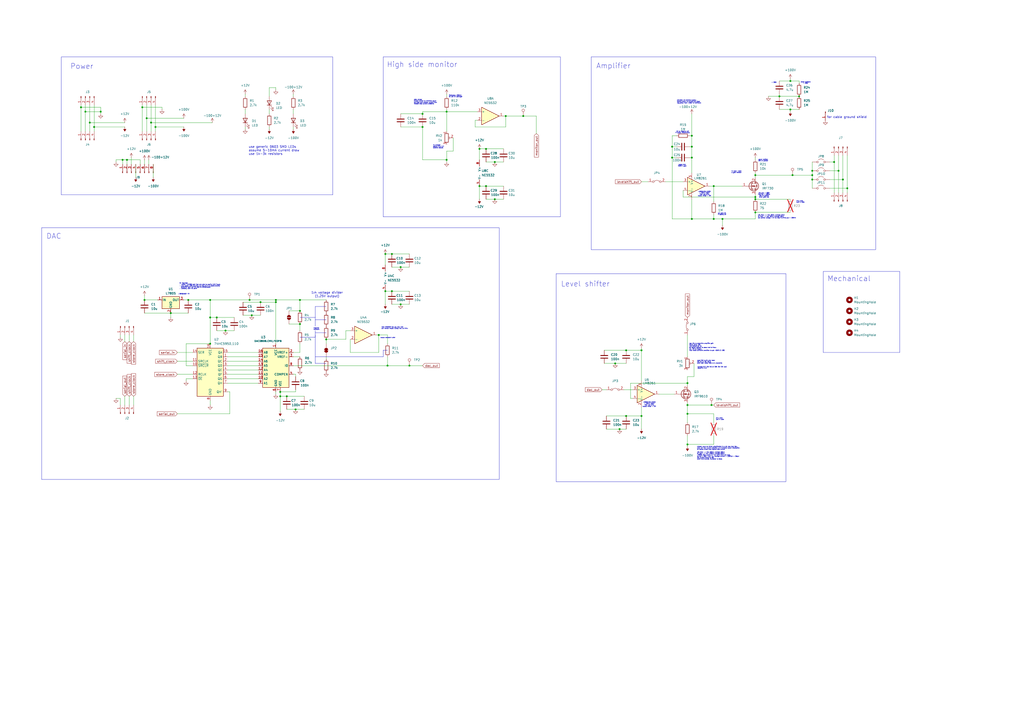
<source format=kicad_sch>
(kicad_sch (version 20231120) (generator "eeschema") (generator_version "8.0")
  (paper "A2")
  (title_block (title "High Voltage Waveform Generator") (date "2024"))
  (junction (at 438.15 114.3))
  (junction (at 83.82 173.99))
  (junction (at 227.33 168.91))
  (junction (at 46.99 62.23))
  (junction (at 121.92 199.39))
  (junction (at 121.92 184.15))
  (junction (at 459.74 101.6))
  (junction (at 54.61 73.66))
  (junction (at 58.42 64.77))
  (junction (at 483.87 93.98))
  (junction (at 232.41 176.53))
  (junction (at 73.66 92.71))
  (junction (at 223.52 147.32))
  (junction (at 223.52 168.91))
  (junction (at 224.79 212.09))
  (junction (at 109.22 173.99))
  (junction (at 363.22 241.3))
  (junction (at 227.33 147.32))
  (junction (at 372.11 241.3))
  (junction (at 144.78 173.99))
  (junction (at 471.17 99.06))
  (junction (at 166.37 229.87))
  (junction (at 162.56 229.87))
  (junction (at 398.78 257.81))
  (junction (at 160.02 173.99))
  (junction (at 219.71 194.31))
  (junction (at 401.32 78.74))
  (junction (at 146.05 182.88))
  (junction (at 491.49 109.22))
  (junction (at 401.32 127))
  (junction (at 232.41 154.94))
  (junction (at 130.81 191.77))
  (junction (at 414.02 107.95))
  (junction (at 281.94 107.95))
  (junction (at 162.56 227.33))
  (junction (at 82.55 62.23))
  (junction (at 293.37 67.31))
  (junction (at 438.15 115.57))
  (junction (at 151.13 175.26))
  (junction (at 287.02 93.98))
  (junction (at 303.53 67.31))
  (junction (at 245.11 73.66))
  (junction (at 189.23 196.85))
  (junction (at 87.63 71.12))
  (junction (at 488.95 104.14))
  (junction (at 278.13 107.95))
  (junction (at 363.22 203.2))
  (junction (at 438.15 123.19))
  (junction (at 419.1 127))
  (junction (at 173.99 187.96))
  (junction (at 71.12 92.71))
  (junction (at 237.49 212.09))
  (junction (at 401.32 85.09))
  (junction (at 281.94 86.36))
  (junction (at 398.78 240.03))
  (junction (at 125.73 184.15))
  (junction (at 458.47 46.99))
  (junction (at 458.47 63.5))
  (junction (at 463.55 55.88))
  (junction (at 452.12 55.88))
  (junction (at 85.09 68.58))
  (junction (at 171.45 237.49))
  (junction (at 90.17 73.66))
  (junction (at 259.08 92.71))
  (junction (at 471.17 101.6))
  (junction (at 259.08 64.77))
  (junction (at 471.17 104.14))
  (junction (at 160.02 175.26))
  (junction (at 121.92 173.99))
  (junction (at 359.41 248.92))
  (junction (at 245.11 66.04))
  (junction (at 173.99 180.34))
  (junction (at 49.53 64.77))
  (junction (at 486.41 99.06))
  (junction (at 52.07 71.12))
  (junction (at 414.02 127))
  (junction (at 287.02 115.57))
  (junction (at 438.15 101.6))
  (junction (at 372.11 203.2))
  (junction (at 398.78 222.25))
  (junction (at 412.75 234.95))
  (junction (at 401.32 91.44))
  (junction (at 398.78 234.95))
  (junction (at 278.13 86.36))
  (junction (at 99.06 181.61))
  (junction (at 389.89 85.09))
  (junction (at 389.89 91.44))
  (junction (at 173.99 173.99))
  (junction (at 356.87 210.82))
  (wire (pts (xy 311.15 67.31) (xy 311.15 77.47)))
  (wire (pts (xy 167.64 180.34) (xy 173.99 180.34)))
  (wire (pts (xy 414.02 240.03) (xy 414.02 245.11)))
  (wire (pts (xy 438.15 113.03) (xy 438.15 114.3)))
  (wire (pts (xy 71.12 92.71) (xy 71.12 95.25)))
  (wire (pts (xy 278.13 107.95) (xy 281.94 107.95)))
  (wire (pts (xy 99.06 184.15) (xy 99.06 181.61)))
  (wire (pts (xy 398.78 233.68) (xy 398.78 234.95)))
  (wire (pts (xy 170.18 212.09) (xy 224.79 212.09)))
  (wire (pts (xy 382.27 228.6) (xy 391.16 228.6)))
  (wire (pts (xy 102.87 217.17) (xy 111.76 217.17)))
  (wire (pts (xy 146.05 182.88) (xy 151.13 182.88)))
  (wire (pts (xy 78.74 95.25) (xy 78.74 102.87)))
  (wire (pts (xy 52.07 71.12) (xy 52.07 76.2)))
  (wire (pts (xy 372.11 201.93) (xy 372.11 203.2)))
  (wire (pts (xy 223.52 147.32) (xy 223.52 153.67)))
  (wire (pts (xy 389.89 91.44) (xy 389.89 127)))
  (wire (pts (xy 232.41 73.66) (xy 245.11 73.66)))
  (wire (pts (xy 438.15 123.19) (xy 458.47 123.19)))
  (wire (pts (xy 438.15 100.33) (xy 438.15 101.6)))
  (wire (pts (xy 351.79 248.92) (xy 359.41 248.92)))
  (wire (pts (xy 458.47 63.5) (xy 452.12 63.5)))
  (polyline (pts (xy 182.88 177.8) (xy 182.88 184.15)))
  (wire (pts (xy 414.02 124.46) (xy 414.02 127)))
  (wire (pts (xy 458.47 46.99) (xy 463.55 46.99)))
  (wire (pts (xy 142.24 54.61) (xy 142.24 55.88)))
  (polyline (pts (xy 182.88 193.04) (xy 189.23 193.04)))
  (wire (pts (xy 132.08 222.25) (xy 149.86 222.25)))
  (wire (pts (xy 87.63 60.96) (xy 87.63 71.12)))
  (wire (pts (xy 171.45 237.49) (xy 176.53 237.49)))
  (wire (pts (xy 389.89 127) (xy 401.32 127)))
  (wire (pts (xy 372.11 236.22) (xy 372.11 241.3)))
  (wire (pts (xy 398.78 194.31) (xy 398.78 207.01)))
  (wire (pts (xy 132.08 204.47) (xy 149.86 204.47)))
  (wire (pts (xy 167.64 187.96) (xy 173.99 187.96)))
  (polyline (pts (xy 182.88 191.77) (xy 182.88 195.58)))
  (wire (pts (xy 458.47 63.5) (xy 463.55 63.5)))
  (polyline (pts (xy 182.88 185.42) (xy 189.23 185.42)))
  (wire (pts (xy 372.11 241.3) (xy 372.11 248.92)))
  (wire (pts (xy 398.78 218.44) (xy 398.78 222.25)))
  (wire (pts (xy 156.21 50.8) (xy 156.21 55.88)))
  (wire (pts (xy 281.94 86.36) (xy 292.1 86.36)))
  (wire (pts (xy 52.07 60.96) (xy 52.07 71.12)))
  (wire (pts (xy 74.93 229.87) (xy 74.93 234.95)))
  (wire (pts (xy 389.89 85.09) (xy 389.89 91.44)))
  (wire (pts (xy 401.32 91.44) (xy 401.32 100.33)))
  (wire (pts (xy 162.56 227.33) (xy 171.45 227.33)))
  (wire (pts (xy 87.63 71.12) (xy 123.19 71.12)))
  (wire (pts (xy 83.82 181.61) (xy 99.06 181.61)))
  (wire (pts (xy 237.49 212.09) (xy 245.11 212.09)))
  (wire (pts (xy 483.87 111.76) (xy 483.87 93.98)))
  (wire (pts (xy 486.41 99.06) (xy 486.41 90.17)))
  (wire (pts (xy 71.12 92.71) (xy 73.66 92.71)))
  (wire (pts (xy 359.41 248.92) (xy 363.22 248.92)))
  (wire (pts (xy 259.08 63.5) (xy 259.08 64.77)))
  (wire (pts (xy 132.08 212.09) (xy 149.86 212.09)))
  (wire (pts (xy 471.17 101.6) (xy 471.17 104.14)))
  (wire (pts (xy 292.1 67.31) (xy 293.37 67.31)))
  (wire (pts (xy 58.42 62.23) (xy 46.99 62.23)))
  (wire (pts (xy 401.32 115.57) (xy 401.32 127)))
  (wire (pts (xy 67.31 92.71) (xy 71.12 92.71)))
  (wire (pts (xy 452.12 55.88) (xy 463.55 55.88)))
  (wire (pts (xy 458.47 46.99) (xy 452.12 46.99)))
  (wire (pts (xy 396.24 114.3) (xy 438.15 114.3)))
  (wire (pts (xy 156.21 63.5) (xy 156.21 66.04)))
  (wire (pts (xy 173.99 173.99) (xy 173.99 180.34)))
  (wire (pts (xy 162.56 229.87) (xy 166.37 229.87)))
  (wire (pts (xy 142.24 73.66) (xy 142.24 74.93)))
  (wire (pts (xy 227.33 168.91) (xy 237.49 168.91)))
  (wire (pts (xy 125.73 184.15) (xy 135.89 184.15)))
  (wire (pts (xy 99.06 181.61) (xy 109.22 181.61)))
  (wire (pts (xy 481.33 109.22) (xy 491.49 109.22)))
  (wire (pts (xy 162.56 229.87) (xy 162.56 238.76)))
  (wire (pts (xy 162.56 227.33) (xy 162.56 229.87)))
  (wire (pts (xy 445.77 55.88) (xy 452.12 55.88)))
  (wire (pts (xy 400.05 91.44) (xy 401.32 91.44)))
  (wire (pts (xy 67.31 231.14) (xy 69.85 231.14)))
  (wire (pts (xy 471.17 93.98) (xy 471.17 99.06)))
  (polyline (pts (xy 189.23 177.8) (xy 182.88 177.8)))
  (wire (pts (xy 93.98 62.23) (xy 82.55 62.23)))
  (wire (pts (xy 414.02 107.95) (xy 430.53 107.95)))
  (wire (pts (xy 107.95 212.09) (xy 111.76 212.09)))
  (wire (pts (xy 223.52 176.53) (xy 223.52 168.91)))
  (wire (pts (xy 140.97 175.26) (xy 151.13 175.26)))
  (wire (pts (xy 203.2 204.47) (xy 219.71 204.47)))
  (wire (pts (xy 278.13 115.57) (xy 278.13 107.95)))
  (wire (pts (xy 458.47 45.72) (xy 458.47 46.99)))
  (wire (pts (xy 189.23 208.28) (xy 189.23 207.01)))
  (wire (pts (xy 107.95 212.09) (xy 107.95 199.39)))
  (wire (pts (xy 219.71 194.31) (xy 219.71 204.47)))
  (polyline (pts (xy 182.88 184.15) (xy 182.88 189.23)))
  (wire (pts (xy 107.95 219.71) (xy 107.95 220.98)))
  (wire (pts (xy 259.08 54.61) (xy 259.08 55.88)))
  (wire (pts (xy 49.53 64.77) (xy 58.42 64.77)))
  (wire (pts (xy 293.37 73.66) (xy 293.37 67.31)))
  (wire (pts (xy 85.09 68.58) (xy 106.68 68.58)))
  (wire (pts (xy 401.32 78.74) (xy 401.32 85.09)))
  (wire (pts (xy 386.08 105.41) (xy 396.24 105.41)))
  (wire (pts (xy 52.07 71.12) (xy 72.39 71.12)))
  (wire (pts (xy 481.33 93.98) (xy 483.87 93.98)))
  (wire (pts (xy 227.33 147.32) (xy 237.49 147.32)))
  (wire (pts (xy 488.95 111.76) (xy 488.95 104.14)))
  (wire (pts (xy 278.13 86.36) (xy 281.94 86.36)))
  (wire (pts (xy 69.85 194.31) (xy 69.85 195.58)))
  (wire (pts (xy 83.82 171.45) (xy 83.82 173.99)))
  (wire (pts (xy 411.48 107.95) (xy 414.02 107.95)))
  (wire (pts (xy 400.05 85.09) (xy 401.32 85.09)))
  (wire (pts (xy 351.79 241.3) (xy 363.22 241.3)))
  (wire (pts (xy 73.66 92.71) (xy 81.28 92.71)))
  (wire (pts (xy 392.43 91.44) (xy 389.89 91.44)))
  (wire (pts (xy 486.41 111.76) (xy 486.41 99.06)))
  (wire (pts (xy 173.99 187.96) (xy 173.99 191.77)))
  (wire (pts (xy 351.79 226.06) (xy 349.25 226.06)))
  (wire (pts (xy 144.78 173.99) (xy 160.02 173.99)))
  (wire (pts (xy 398.78 240.03) (xy 414.02 240.03)))
  (wire (pts (xy 372.11 105.41) (xy 375.92 105.41)))
  (wire (pts (xy 398.78 234.95) (xy 398.78 240.03)))
  (wire (pts (xy 372.11 203.2) (xy 372.11 220.98)))
  (wire (pts (xy 173.99 199.39) (xy 173.99 204.47)))
  (wire (pts (xy 293.37 67.31) (xy 303.53 67.31)))
  (wire (pts (xy 58.42 62.23) (xy 58.42 64.77)))
  (polyline (pts (xy 173.99 184.15) (xy 182.88 184.15)))
  (wire (pts (xy 85.09 76.2) (xy 85.09 68.58)))
  (wire (pts (xy 170.18 73.66) (xy 170.18 74.93)))
  (wire (pts (xy 367.03 231.14) (xy 365.76 231.14)))
  (wire (pts (xy 398.78 234.95) (xy 412.75 234.95)))
  (wire (pts (xy 83.82 92.71) (xy 83.82 95.25)))
  (wire (pts (xy 130.81 191.77) (xy 135.89 191.77)))
  (wire (pts (xy 73.66 92.71) (xy 73.66 95.25)))
  (wire (pts (xy 259.08 64.77) (xy 245.11 64.77)))
  (polyline (pts (xy 182.88 194.31) (xy 182.88 210.82)))
  (wire (pts (xy 259.08 92.71) (xy 259.08 87.63)))
  (wire (pts (xy 67.31 93.98) (xy 67.31 92.71)))
  (wire (pts (xy 109.22 173.99) (xy 121.92 173.99)))
  (wire (pts (xy 401.32 127) (xy 414.02 127)))
  (wire (pts (xy 223.52 168.91) (xy 227.33 168.91)))
  (wire (pts (xy 132.08 214.63) (xy 149.86 214.63)))
  (wire (pts (xy 224.79 212.09) (xy 224.79 207.01)))
  (wire (pts (xy 102.87 204.47) (xy 111.76 204.47)))
  (wire (pts (xy 414.02 107.95) (xy 414.02 116.84)))
  (wire (pts (xy 438.15 101.6) (xy 438.15 102.87)))
  (wire (pts (xy 398.78 222.25) (xy 398.78 223.52)))
  (wire (pts (xy 245.11 73.66) (xy 245.11 92.71)))
  (wire (pts (xy 203.2 191.77) (xy 200.66 191.77)))
  (wire (pts (xy 459.74 101.6) (xy 471.17 101.6)))
  (wire (pts (xy 46.99 62.23) (xy 46.99 76.2)))
  (wire (pts (xy 287.02 115.57) (xy 292.1 115.57)))
  (wire (pts (xy 398.78 252.73) (xy 398.78 257.81)))
  (wire (pts (xy 173.99 173.99) (xy 189.23 173.99)))
  (wire (pts (xy 82.55 62.23) (xy 82.55 60.96)))
  (wire (pts (xy 156.21 73.66) (xy 156.21 74.93)))
  (wire (pts (xy 121.92 184.15) (xy 125.73 184.15)))
  (wire (pts (xy 72.39 229.87) (xy 72.39 234.95)))
  (wire (pts (xy 49.53 60.96) (xy 49.53 64.77)))
  (wire (pts (xy 281.94 107.95) (xy 292.1 107.95)))
  (wire (pts (xy 488.95 104.14) (xy 488.95 90.17)))
  (wire (pts (xy 491.49 111.76) (xy 491.49 109.22)))
  (wire (pts (xy 142.24 63.5) (xy 142.24 66.04)))
  (wire (pts (xy 72.39 194.31) (xy 72.39 198.12)))
  (polyline (pts (xy 222.25 207.01) (xy 222.25 203.2)))
  (wire (pts (xy 86.36 92.71) (xy 86.36 95.25)))
  (wire (pts (xy 160.02 52.07) (xy 160.02 50.8)))
  (wire (pts (xy 171.45 217.17) (xy 170.18 217.17)))
  (wire (pts (xy 160.02 227.33) (xy 160.02 228.6)))
  (wire (pts (xy 275.59 73.66) (xy 293.37 73.66)))
  (polyline (pts (xy 173.99 195.58) (xy 182.88 195.58)))
  (wire (pts (xy 365.76 231.14) (xy 365.76 222.25)))
  (wire (pts (xy 281.94 115.57) (xy 287.02 115.57)))
  (wire (pts (xy 232.41 176.53) (xy 237.49 176.53)))
  (wire (pts (xy 245.11 64.77) (xy 245.11 66.04)))
  (wire (pts (xy 76.2 91.44) (xy 76.2 95.25)))
  (wire (pts (xy 54.61 73.66) (xy 72.39 73.66)))
  (wire (pts (xy 275.59 69.85) (xy 275.59 73.66)))
  (wire (pts (xy 102.87 240.03) (xy 133.35 240.03)))
  (wire (pts (xy 414.02 257.81) (xy 398.78 257.81)))
  (wire (pts (xy 140.97 182.88) (xy 146.05 182.88)))
  (polyline (pts (xy 182.88 207.01) (xy 222.25 207.01)))
  (wire (pts (xy 54.61 73.66) (xy 54.61 60.96)))
  (wire (pts (xy 481.33 99.06) (xy 486.41 99.06)))
  (wire (pts (xy 401.32 66.04) (xy 401.32 78.74)))
  (wire (pts (xy 438.15 115.57) (xy 458.47 115.57)))
  (wire (pts (xy 132.08 209.55) (xy 149.86 209.55)))
  (wire (pts (xy 452.12 54.61) (xy 452.12 55.88)))
  (wire (pts (xy 259.08 87.63) (xy 262.89 87.63)))
  (wire (pts (xy 49.53 64.77) (xy 49.53 76.2)))
  (wire (pts (xy 132.08 227.33) (xy 133.35 227.33)))
  (wire (pts (xy 463.55 46.99) (xy 463.55 48.26)))
  (wire (pts (xy 392.43 78.74) (xy 389.89 78.74)))
  (wire (pts (xy 259.08 92.71) (xy 259.08 93.98)))
  (wire (pts (xy 77.47 194.31) (xy 77.47 198.12)))
  (wire (pts (xy 400.05 78.74) (xy 401.32 78.74)))
  (wire (pts (xy 85.09 68.58) (xy 85.09 60.96)))
  (wire (pts (xy 125.73 191.77) (xy 130.81 191.77)))
  (wire (pts (xy 219.71 194.31) (xy 224.79 194.31)))
  (wire (pts (xy 396.24 110.49) (xy 396.24 114.3)))
  (wire (pts (xy 151.13 175.26) (xy 160.02 175.26)))
  (wire (pts (xy 419.1 127) (xy 419.1 130.81)))
  (wire (pts (xy 278.13 86.36) (xy 278.13 92.71)))
  (wire (pts (xy 438.15 115.57) (xy 438.15 114.3)))
  (wire (pts (xy 82.55 76.2) (xy 82.55 62.23)))
  (wire (pts (xy 160.02 175.26) (xy 160.02 199.39)))
  (wire (pts (xy 132.08 207.01) (xy 149.86 207.01)))
  (wire (pts (xy 412.75 234.95) (xy 414.02 234.95)))
  (wire (pts (xy 121.92 173.99) (xy 121.92 184.15)))
  (wire (pts (xy 259.08 64.77) (xy 259.08 76.2)))
  (wire (pts (xy 189.23 199.39) (xy 189.23 196.85)))
  (wire (pts (xy 363.22 203.2) (xy 372.11 203.2)))
  (wire (pts (xy 171.45 226.06) (xy 171.45 227.33)))
  (wire (pts (xy 132.08 217.17) (xy 149.86 217.17)))
  (wire (pts (xy 203.2 196.85) (xy 203.2 204.47)))
  (wire (pts (xy 287.02 93.98) (xy 292.1 93.98)))
  (wire (pts (xy 389.89 85.09) (xy 392.43 85.09)))
  (wire (pts (xy 133.35 240.03) (xy 133.35 227.33)))
  (wire (pts (xy 471.17 99.06) (xy 471.17 101.6)))
  (wire (pts (xy 88.9 95.25) (xy 88.9 102.87)))
  (wire (pts (xy 481.33 104.14) (xy 488.95 104.14)))
  (wire (pts (xy 356.87 210.82) (xy 363.22 210.82)))
  (wire (pts (xy 218.44 194.31) (xy 219.71 194.31)))
  (wire (pts (xy 245.11 92.71) (xy 259.08 92.71)))
  (wire (pts (xy 171.45 218.44) (xy 171.45 217.17)))
  (wire (pts (xy 401.32 85.09) (xy 401.32 91.44)))
  (wire (pts (xy 107.95 199.39) (xy 121.92 199.39)))
  (wire (pts (xy 90.17 60.96) (xy 90.17 73.66)))
  (wire (pts (xy 458.47 63.5) (xy 458.47 64.77)))
  (polyline (pts (xy 222.25 203.2) (xy 224.79 203.2)))
  (wire (pts (xy 69.85 231.14) (xy 69.85 234.95)))
  (wire (pts (xy 58.42 64.77) (xy 58.42 66.04)))
  (wire (pts (xy 74.93 194.31) (xy 74.93 198.12)))
  (wire (pts (xy 356.87 210.82) (xy 350.52 210.82)))
  (polyline (pts (xy 189.23 210.82) (xy 182.88 210.82)))
  (wire (pts (xy 398.78 257.81) (xy 398.78 259.08)))
  (wire (pts (xy 46.99 60.96) (xy 46.99 62.23)))
  (wire (pts (xy 419.1 127) (xy 438.15 127)))
  (wire (pts (xy 438.15 91.44) (xy 438.15 92.71)))
  (wire (pts (xy 54.61 76.2) (xy 54.61 73.66)))
  (wire (pts (xy 93.98 63.5) (xy 93.98 62.23)))
  (wire (pts (xy 262.89 80.01) (xy 262.89 87.63)))
  (wire (pts (xy 90.17 73.66) (xy 106.68 73.66)))
  (wire (pts (xy 166.37 237.49) (xy 171.45 237.49)))
  (wire (pts (xy 232.41 154.94) (xy 237.49 154.94)))
  (wire (pts (xy 276.86 69.85) (xy 275.59 69.85)))
  (wire (pts (xy 438.15 127) (xy 438.15 123.19)))
  (wire (pts (xy 227.33 154.94) (xy 232.41 154.94)))
  (wire (pts (xy 81.28 92.71) (xy 81.28 95.25)))
  (wire (pts (xy 170.18 204.47) (xy 173.99 204.47)))
  (wire (pts (xy 121.92 184.15) (xy 121.92 199.39)))
  (wire (pts (xy 402.59 210.82) (xy 402.59 218.44)))
  (wire (pts (xy 483.87 93.98) (xy 483.87 90.17)))
  (wire (pts (xy 365.76 222.25) (xy 398.78 222.25)))
  (wire (pts (xy 361.95 226.06) (xy 367.03 226.06)))
  (wire (pts (xy 160.02 50.8) (xy 156.21 50.8)))
  (wire (pts (xy 90.17 76.2) (xy 90.17 73.66)))
  (wire (pts (xy 189.23 196.85) (xy 200.66 196.85)))
  (wire (pts (xy 303.53 67.31) (xy 311.15 67.31)))
  (wire (pts (xy 83.82 173.99) (xy 91.44 173.99)))
  (wire (pts (xy 170.18 63.5) (xy 170.18 66.04)))
  (wire (pts (xy 398.78 240.03) (xy 398.78 245.11)))
  (wire (pts (xy 232.41 66.04) (xy 245.11 66.04)))
  (wire (pts (xy 350.52 203.2) (xy 363.22 203.2)))
  (wire (pts (xy 414.02 252.73) (xy 414.02 257.81)))
  (wire (pts (xy 227.33 176.53) (xy 232.41 176.53)))
  (wire (pts (xy 121.92 173.99) (xy 144.78 173.99)))
  (wire (pts (xy 132.08 219.71) (xy 149.86 219.71)))
  (wire (pts (xy 259.08 64.77) (xy 276.86 64.77)))
  (wire (pts (xy 363.22 241.3) (xy 372.11 241.3)))
  (wire (pts (xy 491.49 109.22) (xy 491.49 90.17)))
  (wire (pts (xy 414.02 127) (xy 419.1 127)))
  (wire (pts (xy 77.47 229.87) (xy 77.47 234.95)))
  (wire (pts (xy 160.02 173.99) (xy 173.99 173.99)))
  (wire (pts (xy 200.66 191.77) (xy 200.66 196.85)))
  (wire (pts (xy 170.18 54.61) (xy 170.18 55.88)))
  (wire (pts (xy 389.89 78.74) (xy 389.89 85.09)))
  (wire (pts (xy 111.76 219.71) (xy 107.95 219.71)))
  (wire (pts (xy 471.17 104.14) (xy 471.17 109.22)))
  (wire (pts (xy 224.79 212.09) (xy 237.49 212.09)))
  (wire (pts (xy 102.87 209.55) (xy 111.76 209.55)))
  (wire (pts (xy 398.78 218.44) (xy 402.59 218.44)))
  (wire (pts (xy 87.63 71.12) (xy 87.63 76.2)))
  (wire (pts (xy 281.94 93.98) (xy 287.02 93.98)))
  (wire (pts (xy 166.37 229.87) (xy 176.53 229.87)))
  (wire (pts (xy 121.92 232.41) (xy 121.92 234.95)))
  (wire (pts (xy 223.52 147.32) (xy 227.33 147.32)))
  (wire (pts (xy 438.15 101.6) (xy 459.74 101.6)))
  (wire (pts (xy 170.18 207.01) (xy 173.99 207.01)))
  (wire (pts (xy 224.79 194.31) (xy 224.79 199.39)))
  (wire (pts (xy 106.68 173.99) (xy 109.22 173.99)))
  (wire (pts (xy 160.02 173.99) (xy 160.02 175.26)))
  (rectangle (start 222.25 33.02) (end 325.12 125.73))
  (rectangle (start 322.58 158.75) (end 455.93 279.4))
  (rectangle (start 342.9 33.02) (end 508 144.78))
  (rectangle (start 24.13 132.08) (end 289.56 278.13))
  (rectangle (start 35.56 33.02) (end 193.04 113.03))
  (rectangle (start 477.52 157.48) (end 521.97 204.47))
  (text "Vds_max > 300V\nrise/fall < 500ns\n10W or greater\nsmall gate cap" (at 443.23 114.808 0) (effects (font (size 0.5 0.5)) (justify bottom)))
  (text "Level shifter" (at 339.598 164.846 0) (effects (font (size 3 3))))
  (text "LM8261M5X/NOPB\n> 20MHz GBWP\nhigh cap drive\nsupply range > 10V" (at 408.686 112.522 0) (effects (font (size 0.5 0.5))))
  (text "100x divider\nChoose divider to minimize power\nbut also have greater current than\nNE5532 bias current (~500nA)" (at 240.03 59.182 0) (effects (font (size 0.5 0.5)) (justify left)))
  (text "LM8261M5X/NOPB\n> 20MHz GBWP\nhigh cap drive\nsupply range > 10V" (at 376.682 234.696 0) (effects (font (size 0.5 0.5))))
  (text "provided via external supply;\nopamp draws up to 0.1W so linear\nregulation from >100V is inefficient" (at 392.684 60.198 0) (effects (font (size 0.5 0.5)) (justify left bottom)))
  (text "average 0.1k (for 5k) or 2.8k (for 10k out)\nadjust 0-4.7k" (at 404.622 213.36 0) (effects (font (size 0.5 0.5)) (justify left)))
  (text "1k average\nadjust 0 to 4.7k\n(coarse adjust)" (at 251.206 85.09 0) (effects (font (size 0.5 0.5)) (justify left)))
  (text "use generic 0603 SMD LEDs\nassume 5-10mA current draw\nuse 1k-3k resistors" (at 144.272 87.376 0) (effects (font (size 1.27 1.27)) (justify left)))
  (text "L78M05ABDT-TR" (at 106.68 170.942 0) (effects (font (size 0.5 0.5)) (justify bottom)))
  (text "Use this to determine amplifier gain\nMirror gives ~50x\nThis should be ~2x\nSo adjust resistor to about half of Rout,\ni.e., 2.5 to 5kohm.\nAlso needs sufficient precision to get <0.5% (1 LSB)" (at 399.796 201.422 0) (effects (font (size 0.5 0.5)) (justify left)))
  (text "Power" (at 47.498 38.608 0) (effects (font (size 3 3))))
  (text "thru-hole,\njust in case" (at 462.026 117.094 0) (effects (font (size 0.5 0.5)) (justify left)))
  (text "note NE552DR has low slew rate\ncan handle maybe 2.5Vpp max at 1MHz" (at 221.234 191.008 0) (effects (font (size 0.5 0.5)) (justify left bottom)))
  (text "in case I need\na gate resistor" (at 427.228 100.584 0) (effects (font (size 0.5 0.5)) (justify bottom)))
  (text "1:4 voltage divider\n(1.25V output)" (at 189.738 170.942 0) (effects (font (size 1.27 1.27))))
  (text "5V regulator\n- makes 74HC595 both fast and able to receive 3.3V inputs\n- only needs ~10% accuracy as long as it is stable/precise\n  (amplifier gain can be used to compensate)\n- probably want 1W part?" (at 104.14 167.894 0) (effects (font (size 0.5 0.5)) (justify left bottom)))
  (text "> 200V" (at 449.072 48.26 0) (effects (font (size 0.5 0.5)) (justify bottom)))
  (text "for cable ground shield" (at 491.236 68.072 0) (effects (font (size 1.27 1.27))))
  (text "larger than\nMOSFET gate" (at 395.732 96.774 0) (effects (font (size 0.5 0.5)) (justify bottom)))
  (text "power resistor\n10W or greater" (at 442.722 93.726 0) (effects (font (size 0.5 0.5)) (justify bottom)))
  (text "set gate=0V\nif opamp off" (at 418.846 124.968 0) (effects (font (size 0.5 0.5)) (justify bottom)))
  (text "bleed resistors\n> 200V" (at 467.36 48.768 0) (effects (font (size 0.5 0.5)) (justify bottom)))
  (text "thru-hole,\njust in case" (at 415.29 243.078 0) (effects (font (size 0.5 0.5)) (justify left)))
  (text "DAC" (at 31.242 137.16 0) (effects (font (size 3 3))))
  (text "Dissipates ~200mW\nso use 1W package!" (at 260.35 55.88 0) (effects (font (size 0.5 0.5)) (justify left)))
  (text "High side monitor" (at 244.856 37.592 0) (effects (font (size 3 3))))
  (text "choose value so mirror amplification is a bit less than 50x.\nalso use max current possible w/o excessive power dissipation,\nto reduce errors from opamp bias current\n\n10k Rout -> max 600uA, average 300uA\n5k Rout -> max 1200uA, average 600uA\nLM8261 bias current is ~1uA (and there are two),\nso set 1 LSB > 2uA, i.e., average current > 128*2uA = 256uA\nset current mirror to 50x\n(with 2x2.74k:100, multiplier is 55:1)" (at 404.368 262.89 0) (effects (font (size 0.5 0.5)) (justify left)))
  (text "output constant 1.25V" (at 220.726 196.342 0) (effects (font (size 0.5 0.5)) (justify left bottom)))
  (text "Mechanical" (at 492.506 161.798 0) (effects (font (size 3 3))))
  (text "matched\nresistors" (at 181.864 191.516 0) (effects (font (size 0.5 0.5)) (justify left bottom)))
  (text "10k Rout -> max 30mA, average 15mA\n5k Rout -> max 60mA, average 30mA\nset control voltage ~=1V to keep R_mirror_out < 100mW" (at 439.674 125.73 0) (effects (font (size 0.5 0.5)) (justify left)))
  (text "tie to negative rail\nif supply disconnects" (at 395.986 77.47 0) (effects (font (size 0.5 0.5)) (justify bottom)))
  (text "Amplifier" (at 355.854 38.354 0) (effects (font (size 3 3))))
  (text "need 2.5k to 5k ohm total\n(for 5k or 10k Rout)\n(with 55:1 ratio: need 2.7k-5.5kohm)" (at 404.368 210.058 0) (effects (font (size 0.5 0.5)) (justify left)))
  (global_label "store_clock" (shape input) (at 77.47 198.12 270) (property "Intersheetrefs" "${INTERSHEET_REFS}" (effects (hide yes))))
  (global_label "shift_clock" (shape input) (at 74.93 198.12 270) (property "Intersheetrefs" "${INTERSHEET_REFS}" (effects (hide yes))))
  (global_label "serial_in" (shape input) (at 72.39 198.12 270) (property "Intersheetrefs" "${INTERSHEET_REFS}" (effects (hide yes))))
  (global_label "monitor_out" (shape input) (at 311.15 77.47 270) (property "Intersheetrefs" "${INTERSHEET_REFS}" (effects (hide yes))))
  (global_label "shift_clock" (shape input) (at 74.93 229.87 90) (property "Intersheetrefs" "${INTERSHEET_REFS}" (effects (hide yes))))
  (global_label "store_clock" (shape input) (at 77.47 229.87 90) (property "Intersheetrefs" "${INTERSHEET_REFS}" (effects (hide yes))))
  (global_label "serial_out" (shape input) (at 72.39 229.87 90) (property "Intersheetrefs" "${INTERSHEET_REFS}" (effects (hide yes))))
  (global_label "levelshift_out" (shape input) (at 372.11 105.41 180) (property "Intersheetrefs" "${INTERSHEET_REFS}" (effects (hide yes))))
  (global_label "serial_out" (shape input) (at 102.87 240.03 180) (property "Intersheetrefs" "${INTERSHEET_REFS}" (effects (hide yes))))
  (global_label "shift_clock" (shape input) (at 102.87 209.55 180) (property "Intersheetrefs" "${INTERSHEET_REFS}" (effects (hide yes))))
  (global_label "dac_out" (shape input) (at 349.25 226.06 180) (property "Intersheetrefs" "${INTERSHEET_REFS}" (effects (hide yes))))
  (global_label "store_clock" (shape input) (at 102.87 217.17 180) (property "Intersheetrefs" "${INTERSHEET_REFS}" (effects (hide yes))))
  (global_label "monitor_out" (shape input) (at 398.78 184.15 90) (property "Intersheetrefs" "${INTERSHEET_REFS}" (effects (hide yes))))
  (global_label "dac_out" (shape input) (at 245.11 212.09 0) (property "Intersheetrefs" "${INTERSHEET_REFS}" (effects (hide yes))))
  (global_label "levelshift_out" (shape input) (at 414.02 234.95 0) (property "Intersheetrefs" "${INTERSHEET_REFS}" (effects (hide yes))))
  (global_label "serial_in" (shape input) (at 102.87 204.47 180) (property "Intersheetrefs" "${INTERSHEET_REFS}" (effects (hide yes))))
  (symbol (lib_id "Device:C") (at 151.13 179.07 0) (unit 1)
    (property "Reference" "C6" (at 153.924 177.7999 0) (effects (justify left)))
    (property "Value" "100n" (at 153.924 180.3399 0) (effects (justify left)))
    (property "Footprint" "Capacitor_SMD:C_0603_1608Metric" (effects (hide yes)))
    (property "Description" "Unpolarized capacitor" (effects (hide yes)))
  )
  (symbol (lib_id "Jumper:Jumper_2_Open") (at 476.25 104.14 0) (unit 1) (exclude_from_sim yes)
    (property "Reference" "JP10" (at 476.25 100.838 0))
    (property "Value" "Jumper_2_Open" (effects (hide yes)))
    (property "Footprint" "Connector_PinHeader_2.54mm:PinHeader_1x02_P2.54mm_Vertical" (effects (hide yes)))
    (property "Description" "Jumper, 2-pole, open" (effects (hide yes)))
  )
  (symbol (lib_id "Connector:Conn_01x04_Pin") (at 72.39 189.23 90) (mirror x) (unit 1)
    (property "Reference" "J1" (at 73.914 186.182 90))
    (property "Value" "Conn_01x04_Pin" (effects (hide yes)))
    (property "Footprint" "Library:PinSocket_1x04_P2.54mm_Horizontal_flipped" (effects (hide yes)))
    (property "Description" "Generic connector, single row, 01x04, script generated" (effects (hide yes)))
  )
  (symbol (lib_id "Device:R_Potentiometer_Trim") (at 259.08 80.01 0) (unit 1)
    (property "Reference" "RV2" (at 256.54 78.7399 0) (effects (justify right)))
    (property "Value" "1k" (at 256.54 81.2799 0) (effects (justify right)))
    (property "Footprint" "Potentiometer_THT:Potentiometer_Bourns_3296Y_Vertical" (effects (hide yes)))
    (property "Description" "Trim-potentiometer" (effects (hide yes)))
  )
  (symbol (lib_id "Device:R") (at 170.18 59.69 0) (unit 1)
    (property "Reference" "R3" (at 172.72 58.4199 0) (effects (justify left)))
    (property "Value" "2.7k" (at 172.72 60.9599 0) (effects (justify left)))
    (property "Footprint" "Resistor_SMD:R_0402_1005Metric" (effects (hide yes)))
    (property "Description" "Resistor" (effects (hide yes)))
  )
  (symbol (lib_id "power:GND") (at 173.99 214.63 0) (unit 1)
    (property "Reference" "#PWR025" (effects (hide yes)))
    (property "Value" "GND" (effects (hide yes)))
    (property "Description" "Power symbol creates a global label with name \"GND\" , ground" (effects (hide yes)))
  )
  (symbol (lib_id "Device:C") (at 363.22 207.01 0) (unit 1)
    (property "Reference" "C22" (at 367.03 205.7399 0) (effects (justify left)))
    (property "Value" "10u" (at 367.03 208.2799 0) (effects (justify left)))
    (property "Footprint" "Capacitor_SMD:C_1206_3216Metric" (effects (hide yes)))
    (property "Description" "Unpolarized capacitor" (effects (hide yes)))
  )
  (symbol (lib_id "Mechanical:MountingHole") (at 492.76 173.99 0) (unit 1) (exclude_from_sim yes) (in_bom no)
    (property "Reference" "H1" (at 495.3 172.7199 0) (effects (justify left)))
    (property "Value" "MountingHole" (at 495.3 175.2599 0) (effects (justify left)))
    (property "Footprint" "MountingHole:MountingHole_3.2mm_M3_Pad" (effects (hide yes)))
    (property "Description" "Mounting Hole without connection" (effects (hide yes)))
  )
  (symbol (lib_id "Device:C") (at 452.12 59.69 0) (unit 1)
    (property "Reference" "C27" (at 455.93 58.4199 0) (effects (justify left)))
    (property "Value" "4.7u" (at 455.93 60.9599 0) (effects (justify left)))
    (property "Footprint" "Capacitor_SMD:CP_Elec_8x10.5" (effects (hide yes)))
    (property "Description" "Unpolarized capacitor" (effects (hide yes)))
  )
  (symbol (lib_id "power:+12V") (at 142.24 54.61 0) (unit 1)
    (property "Reference" "#PWR015" (effects (hide yes)))
    (property "Value" "+12V" (at 142.24 49.53 0))
    (property "Description" "Power symbol creates a global label with name \"+12V\"" (effects (hide yes)))
  )
  (symbol (lib_id "power:+12V") (at 223.52 147.32 0) (unit 1)
    (property "Reference" "#PWR027" (effects (hide yes)))
    (property "Value" "+12V" (at 223.52 142.24 0))
    (property "Description" "Power symbol creates a global label with name \"+12V\"" (effects (hide yes)))
  )
  (symbol (lib_id "Connector:Conn_01x04_Pin") (at 49.53 55.88 90) (mirror x) (unit 1)
    (property "Reference" "J3" (at 50.8 53.34 90))
    (property "Value" "Conn_01x04_Pin" (effects (hide yes)))
    (property "Footprint" "Library:PinSocket_1x04_P2.54mm_Horizontal_flipped" (effects (hide yes)))
    (property "Description" "Generic connector, single row, 01x04, script generated" (effects (hide yes)))
  )
  (symbol (lib_id "Connector:TestPoint") (at 144.78 173.99 0) (unit 1)
    (property "Reference" "TP1" (at 147.32 170.6879 0) (effects (justify left)))
    (property "Value" "TestPoint" (effects (hide yes)))
    (property "Footprint" "TestPoint:TestPoint_Keystone_5005-5009_Compact" (effects (hide yes)))
    (property "Description" "test point" (effects (hide yes)))
  )
  (symbol (lib_id "power:-48V") (at 106.68 73.66 180) (unit 1)
    (property "Reference" "#PWR010" (effects (hide yes)))
    (property "Value" "-100V" (at 106.68 78.74 0))
    (property "Description" "Power symbol creates a global label with name \"-48V\"" (effects (hide yes)))
  )
  (symbol (lib_id "Device:C") (at 140.97 179.07 0) (unit 1)
    (property "Reference" "C5" (at 143.51 177.7999 0) (effects (justify left)))
    (property "Value" "10u" (at 143.764 180.3399 0) (effects (justify left)))
    (property "Footprint" "Capacitor_SMD:C_1206_3216Metric" (effects (hide yes)))
    (property "Description" "Unpolarized capacitor" (effects (hide yes)))
  )
  (symbol (lib_id "Device:R") (at 189.23 212.09 0) (unit 1)
    (property "Reference" "R10" (at 191.77 210.8199 0) (effects (justify left)))
    (property "Value" "2.7k" (at 191.77 213.3599 0) (effects (justify left)))
    (property "Footprint" "Resistor_SMD:R_0402_1005Metric" (effects (hide yes)))
    (property "Description" "Resistor" (effects (hide yes)))
  )
  (symbol (lib_id "power:+12V") (at 278.13 86.36 0) (unit 1)
    (property "Reference" "#PWR048" (effects (hide yes)))
    (property "Value" "+12V" (at 278.13 81.28 0))
    (property "Description" "Power symbol creates a global label with name \"+12V\"" (effects (hide yes)))
  )
  (symbol (lib_id "Device:C") (at 227.33 172.72 0) (unit 1)
    (property "Reference" "C11" (at 229.87 171.4499 0) (effects (justify left)))
    (property "Value" "100n" (at 230.124 173.9899 0) (effects (justify left)))
    (property "Footprint" "Capacitor_SMD:C_0603_1608Metric" (effects (hide yes)))
    (property "Description" "Unpolarized capacitor" (effects (hide yes)))
  )
  (symbol (lib_id "power:+15V") (at 170.18 54.61 0) (unit 1)
    (property "Reference" "#PWR022" (effects (hide yes)))
    (property "Value" "-100+12V" (at 170.18 50.546 0))
    (property "Description" "Power symbol creates a global label with name \"+15V\"" (effects (hide yes)))
  )
  (symbol (lib_id "power:-12V") (at 78.74 102.87 180) (unit 1)
    (property "Reference" "#PWR035" (effects (hide yes)))
    (property "Value" "-12V" (at 78.74 107.95 0))
    (property "Description" "Power symbol creates a global label with name \"-12V\"" (effects (hide yes)))
  )
  (symbol (lib_id "power:GND") (at 189.23 215.9 0) (unit 1)
    (property "Reference" "#PWR026" (effects (hide yes)))
    (property "Value" "GND" (effects (hide yes)))
    (property "Description" "Power symbol creates a global label with name \"GND\" , ground" (effects (hide yes)))
  )
  (symbol (lib_id "Jumper:Jumper_2_Open") (at 476.25 109.22 0) (unit 1) (exclude_from_sim yes)
    (property "Reference" "JP11" (at 476.25 105.918 0))
    (property "Value" "Jumper_2_Open" (effects (hide yes)))
    (property "Footprint" "Connector_PinHeader_2.54mm:PinHeader_1x02_P2.54mm_Vertical" (effects (hide yes)))
    (property "Description" "Jumper, 2-pole, open" (effects (hide yes)))
  )
  (symbol (lib_id "Device:R") (at 463.55 52.07 0) (unit 1)
    (property "Reference" "R24" (at 466.09 50.7999 0) (effects (justify left)))
    (property "Value" "1M" (at 466.09 53.3399 0) (effects (justify left)))
    (property "Footprint" "Resistor_SMD:R_1206_3216Metric" (effects (hide yes)))
    (property "Description" "Resistor" (effects (hide yes)))
  )
  (symbol (lib_id "Device:C") (at 245.11 69.85 0) (unit 1)
    (property "Reference" "C15" (at 248.92 68.5799 0) (effects (justify left)))
    (property "Value" "10u" (at 248.92 71.1199 0) (effects (justify left)))
    (property "Footprint" "Capacitor_SMD:C_1206_3216Metric" (effects (hide yes)))
    (property "Description" "Unpolarized capacitor" (effects (hide yes)))
  )
  (symbol (lib_id "power:GND") (at 121.92 234.95 0) (unit 1)
    (property "Reference" "#PWR012" (effects (hide yes)))
    (property "Value" "GND" (effects (hide yes)))
    (property "Description" "Power symbol creates a global label with name \"GND\" , ground" (effects (hide yes)))
  )
  (symbol (lib_id "power:-12V") (at 278.13 115.57 180) (unit 1)
    (property "Reference" "#PWR049" (effects (hide yes)))
    (property "Value" "-12V" (at 277.876 119.888 0))
    (property "Description" "Power symbol creates a global label with name \"-12V\"" (effects (hide yes)))
  )
  (symbol (lib_id "power:GND") (at 130.81 191.77 0) (unit 1)
    (property "Reference" "#PWR014" (effects (hide yes)))
    (property "Value" "GND" (effects (hide yes)))
    (property "Description" "Power symbol creates a global label with name \"GND\" , ground" (effects (hide yes)))
  )
  (symbol (lib_id "Device:R") (at 189.23 185.42 0) (unit 1)
    (property "Reference" "R8" (at 191.77 184.1499 0) (effects (justify left)))
    (property "Value" "2.7k" (at 191.77 186.6899 0) (effects (justify left)))
    (property "Footprint" "Resistor_SMD:R_0402_1005Metric" (effects (hide yes)))
    (property "Description" "Resistor" (effects (hide yes)))
  )
  (symbol (lib_id "power:-12V") (at 156.21 74.93 180) (unit 1)
    (property "Reference" "#PWR018" (effects (hide yes)))
    (property "Value" "-12V" (at 156.21 80.01 0))
    (property "Description" "Power symbol creates a global label with name \"-12V\"" (effects (hide yes)))
  )
  (symbol (lib_id "power:+48V") (at 83.82 92.71 0) (unit 1)
    (property "Reference" "#PWR036" (effects (hide yes)))
    (property "Value" "+100V" (at 83.82 87.63 0))
    (property "Description" "Power symbol creates a global label with name \"+48V\"" (effects (hide yes)))
  )
  (symbol (lib_id "power:+12V") (at 83.82 171.45 0) (unit 1)
    (property "Reference" "#PWR06" (effects (hide yes)))
    (property "Value" "+12V" (at 83.82 166.37 0))
    (property "Description" "Power symbol creates a global label with name \"+12V\"" (effects (hide yes)))
  )
  (symbol (lib_id "Device:C") (at 281.94 90.17 0) (unit 1)
    (property "Reference" "C28" (at 284.48 88.8999 0) (effects (justify left)))
    (property "Value" "100n" (at 284.734 91.4399 0) (effects (justify left)))
    (property "Footprint" "Capacitor_SMD:C_0603_1608Metric" (effects (hide yes)))
    (property "Description" "Unpolarized capacitor" (effects (hide yes)))
  )
  (symbol (lib_id "Device:R") (at 463.55 59.69 0) (unit 1)
    (property "Reference" "R25" (at 466.09 58.4199 0) (effects (justify left)))
    (property "Value" "1M" (at 466.09 60.9599 0) (effects (justify left)))
    (property "Footprint" "Resistor_SMD:R_1206_3216Metric" (effects (hide yes)))
    (property "Description" "Resistor" (effects (hide yes)))
  )
  (symbol (lib_id "power:-48V") (at 419.1 130.81 180) (unit 1)
    (property "Reference" "#PWR043" (effects (hide yes)))
    (property "Value" "-100V" (at 419.1 135.89 0))
    (property "Description" "Power symbol creates a global label with name \"-48V\"" (effects (hide yes)))
  )
  (symbol (lib_id "power:GND") (at 58.42 66.04 0) (unit 1)
    (property "Reference" "#PWR01" (effects (hide yes)))
    (property "Value" "GND" (effects (hide yes)))
    (property "Description" "Power symbol creates a global label with name \"GND\" , ground" (effects (hide yes)))
  )
  (symbol (lib_id "power:+12V") (at 72.39 71.12 0) (unit 1)
    (property "Reference" "#PWR04" (effects (hide yes)))
    (property "Value" "+12V" (at 72.39 66.04 0))
    (property "Description" "Power symbol creates a global label with name \"+12V\"" (effects (hide yes)))
  )
  (symbol (lib_id "power:GND") (at 445.77 55.88 0) (unit 1)
    (property "Reference" "#PWR045" (effects (hide yes)))
    (property "Value" "GND" (effects (hide yes)))
    (property "Description" "Power symbol creates a global label with name \"GND\" , ground" (effects (hide yes)))
  )
  (symbol (lib_id "power:+15V") (at 86.36 92.71 0) (unit 1)
    (property "Reference" "#PWR053" (effects (hide yes)))
    (property "Value" "-100+12V" (at 92.964 91.186 0))
    (property "Description" "Power symbol creates a global label with name \"+15V\"" (effects (hide yes)))
  )
  (symbol (lib_id "Device:C") (at 396.24 91.44 90) (unit 1)
    (property "Reference" "C25" (at 392.684 89.916 90))
    (property "Value" "100n" (at 392.684 92.964 90))
    (property "Footprint" "Capacitor_SMD:C_0603_1608Metric" (effects (hide yes)))
    (property "Description" "Unpolarized capacitor" (effects (hide yes)))
  )
  (symbol (lib_id "power:GND") (at 69.85 195.58 0) (unit 1)
    (property "Reference" "#PWR03" (effects (hide yes)))
    (property "Value" "GND" (effects (hide yes)))
    (property "Description" "Power symbol creates a global label with name \"GND\" , ground" (effects (hide yes)))
  )
  (symbol (lib_id "Connector:Conn_01x04_Pin") (at 85.09 55.88 90) (mirror x) (unit 1)
    (property "Reference" "J5" (at 86.36 53.34 90))
    (property "Value" "Conn_01x04_Pin" (effects (hide yes)))
    (property "Footprint" "Library:PinSocket_1x04_P2.54mm_Horizontal_flipped" (effects (hide yes)))
    (property "Description" "Generic connector, single row, 01x04, script generated" (effects (hide yes)))
  )
  (symbol (lib_id "Device:R") (at 259.08 59.69 0) (unit 1)
    (property "Reference" "R12" (at 261.62 58.4199 0) (effects (justify left)))
    (property "Value" "110k" (at 261.62 60.9599 0) (effects (justify left)))
    (property "Footprint" "Resistor_SMD:R_2010_5025Metric" (effects (hide yes)))
    (property "Description" "Resistor" (effects (hide yes)))
  )
  (symbol (lib_id "Jumper:Jumper_2_Bridged") (at 398.78 189.23 90) (unit 1)
    (property "Reference" "JP6" (at 400.05 187.9599 90) (effects (justify right)))
    (property "Value" "Jumper_2_Bridged" (effects (hide yes)))
    (property "Footprint" "Connector_PinHeader_2.54mm:PinHeader_1x02_P2.54mm_Vertical" (effects (hide yes)))
    (property "Description" "Jumper, 2-pole, closed/bridged" (effects (hide yes)))
  )
  (symbol (lib_id "power:+48V") (at 458.47 45.72 0) (unit 1)
    (property "Reference" "#PWR046" (effects (hide yes)))
    (property "Value" "+100V" (at 458.47 40.64 0))
    (property "Description" "Power symbol creates a global label with name \"+48V\"" (effects (hide yes)))
  )
  (symbol (lib_id "Jumper:Jumper_2_Open") (at 476.25 93.98 0) (unit 1) (exclude_from_sim yes)
    (property "Reference" "JP8" (at 476.25 90.678 0))
    (property "Value" "Jumper_2_Open" (effects (hide yes)))
    (property "Footprint" "Connector_PinHeader_2.54mm:PinHeader_1x02_P2.54mm_Vertical" (effects (hide yes)))
    (property "Description" "Jumper, 2-pole, open" (effects (hide yes)))
  )
  (symbol (lib_id "Amplifier_Operational:NE5532") (at 226.06 161.29 0) (unit 3)
    (property "Reference" "U4" (at 224.79 160.0199 0) (effects (justify left)))
    (property "Value" "NE5532" (at 224.79 162.5599 0) (effects (justify left)))
    (property "Footprint" "Package_SO:SOIC-8_3.9x4.9mm_P1.27mm" (effects (hide yes)))
    (property "Datasheet" "http://www.ti.com/lit/ds/symlink/ne5532.pdf" (effects (hide yes)))
    (property "Description" "Dual Low-Noise Operational Amplifiers, DIP-8/SOIC-8" (effects (hide yes)))
  )
  (symbol (lib_id "Connector:TestPoint") (at 412.75 234.95 0) (unit 1)
    (property "Reference" "TP4" (at 415.29 231.6479 0) (effects (justify left)))
    (property "Value" "TestPoint" (effects (hide yes)))
    (property "Footprint" "TestPoint:TestPoint_Keystone_5005-5009_Compact" (effects (hide yes)))
    (property "Description" "test point" (effects (hide yes)))
  )
  (symbol (lib_id "Device:R") (at 398.78 248.92 0) (unit 1)
    (property "Reference" "R17" (at 401.32 247.6499 0) (effects (justify left)))
    (property "Value" "2.7k" (at 401.32 250.1899 0) (effects (justify left)))
    (property "Footprint" "Resistor_SMD:R_0402_1005Metric" (effects (hide yes)))
    (property "Description" "Resistor" (effects (hide yes)))
  )
  (symbol (lib_id "Amplifier_Operational:NE5532") (at 280.67 100.33 0) (unit 3)
    (property "Reference" "U8" (at 279.4 99.0599 0) (effects (justify left)))
    (property "Value" "NE5532" (at 279.4 101.5999 0) (effects (justify left)))
    (property "Footprint" "Package_SO:SOIC-8_3.9x4.9mm_P1.27mm" (effects (hide yes)))
    (property "Datasheet" "http://www.ti.com/lit/ds/symlink/ne5532.pdf" (effects (hide yes)))
    (property "Description" "Dual Low-Noise Operational Amplifiers, DIP-8/SOIC-8" (effects (hide yes)))
  )
  (symbol (lib_id "power:+15V") (at 401.32 66.04 0) (unit 1)
    (property "Reference" "#PWR042" (effects (hide yes)))
    (property "Value" "-100+12V" (at 399.034 61.976 0))
    (property "Description" "Power symbol creates a global label with name \"+15V\"" (effects (hide yes)))
  )
  (symbol (lib_id "Device:Q_NMOS_GDS") (at 435.61 107.95 0) (unit 1)
    (property "Reference" "Q1" (at 441.96 106.6799 0) (effects (justify left)))
    (property "Value" "IRF730" (at 441.96 109.2199 0) (effects (justify left)))
    (property "Footprint" "Package_TO_SOT_THT:TO-220-3_Vertical" (effects (hide yes)))
    (property "Description" "N-MOSFET transistor, gate/drain/source" (effects (hide yes)))
  )
  (symbol (lib_id "Amplifier_Operational:LM8261") (at 374.65 228.6 0) (unit 1)
    (property "Reference" "U6" (at 375.158 220.2494 0))
    (property "Value" "LM8261" (at 376.682 222.2814 0))
    (property "Footprint" "Package_TO_SOT_SMD:SOT-23-5" (effects (hide yes)))
    (property "Datasheet" "https://www.ti.com/lit/ds/symlink/lm8261.pdf" (effects (hide yes)))
    (property "Description" "Single Opamp, Rail-to-Rail Input/Output, Unlimited Capacitive Load Drive, +53mA/-75mA Output Current, 2.5-30V, 350uV offset, 12MHz GBW, SOT-23-5" (effects (hide yes)))
  )
  (symbol (lib_id "power:+12V") (at 372.11 201.93 0) (unit 1)
    (property "Reference" "#PWR039" (effects (hide yes)))
    (property "Value" "+12V" (at 372.11 196.85 0))
    (property "Description" "Power symbol creates a global label with name \"+12V\"" (effects (hide yes)))
  )
  (symbol (lib_id "Device:Q_PMOS_GDS") (at 396.24 228.6 0) (unit 1)
    (property "Reference" "Q3" (at 402.59 227.3299 0) (effects (justify left)))
    (property "Value" "IRF9610" (at 402.59 229.8699 0) (effects (justify left)))
    (property "Footprint" "Package_TO_SOT_THT:TO-220-3_Vertical" (effects (hide yes)))
    (property "Description" "P-MOSFET transistor, gate/drain/source" (effects (hide yes)))
  )
  (symbol (lib_id "Connector:TestPoint") (at 459.74 101.6 0) (unit 1)
    (property "Reference" "TP5" (at 462.28 98.2979 0) (effects (justify left)))
    (property "Value" "TestPoint" (effects (hide yes)))
    (property "Footprint" "TestPoint:TestPoint_Keystone_5005-5009_Compact" (effects (hide yes)))
    (property "Description" "test point" (effects (hide yes)))
  )
  (symbol (lib_id "Mechanical:MountingHole") (at 492.76 193.04 0) (unit 1) (exclude_from_sim yes) (in_bom no)
    (property "Reference" "H4" (at 495.3 191.7699 0) (effects (justify left)))
    (property "Value" "MountingHole" (at 495.3 194.3099 0) (effects (justify left)))
    (property "Footprint" "MountingHole:MountingHole_3.2mm_M3_Pad" (effects (hide yes)))
    (property "Description" "Mounting Hole without connection" (effects (hide yes)))
  )
  (symbol (lib_id "Device:C") (at 363.22 245.11 0) (unit 1)
    (property "Reference" "C23" (at 367.03 243.8399 0) (effects (justify left)))
    (property "Value" "10u" (at 367.03 246.3799 0) (effects (justify left)))
    (property "Footprint" "Capacitor_SMD:C_1206_3216Metric" (effects (hide yes)))
    (property "Description" "Unpolarized capacitor" (effects (hide yes)))
  )
  (symbol (lib_id "Device:R") (at 224.79 203.2 0) (unit 1)
    (property "Reference" "R11" (at 227.33 201.9299 0) (effects (justify left)))
    (property "Value" "2.7k" (at 227.33 204.4699 0) (effects (justify left)))
    (property "Footprint" "Resistor_SMD:R_0402_1005Metric" (effects (hide yes)))
    (property "Description" "Resistor" (effects (hide yes)))
  )
  (symbol (lib_id "power:GND") (at 359.41 248.92 0) (unit 1)
    (property "Reference" "#PWR038" (effects (hide yes)))
    (property "Value" "GND" (effects (hide yes)))
    (property "Description" "Power symbol creates a global label with name \"GND\" , ground" (effects (hide yes)))
  )
  (symbol (lib_id "power:GND") (at 67.31 93.98 0) (unit 1)
    (property "Reference" "#PWR033" (effects (hide yes)))
    (property "Value" "GND" (effects (hide yes)))
    (property "Description" "Power symbol creates a global label with name \"GND\" , ground" (effects (hide yes)))
  )
  (symbol (lib_id "Device:R") (at 438.15 119.38 0) (unit 1)
    (property "Reference" "R22" (at 440.69 118.1099 0) (effects (justify left)))
    (property "Value" "75" (at 440.69 120.6499 0) (effects (justify left)))
    (property "Footprint" "Resistor_SMD:R_2010_5025Metric" (effects (hide yes)))
    (property "Description" "Resistor" (effects (hide yes)))
  )
  (symbol (lib_id "Connector:TestPoint") (at 303.53 67.31 0) (unit 1)
    (property "Reference" "TP3" (at 301.752 61.7219 0) (effects (justify left)))
    (property "Value" "TestPoint" (effects (hide yes)))
    (property "Footprint" "TestPoint:TestPoint_Keystone_5005-5009_Compact" (effects (hide yes)))
    (property "Description" "test point" (effects (hide yes)))
  )
  (symbol (lib_id "Device:C") (at 109.22 177.8 0) (unit 1)
    (property "Reference" "C2" (at 113.03 176.5299 0) (effects (justify left)))
    (property "Value" "10u" (at 113.03 179.0699 0) (effects (justify left)))
    (property "Footprint" "Capacitor_SMD:C_1206_3216Metric" (effects (hide yes)))
    (property "Description" "Unpolarized capacitor" (effects (hide yes)))
  )
  (symbol (lib_id "power:+48V") (at 106.68 68.58 0) (unit 1)
    (property "Reference" "#PWR09" (effects (hide yes)))
    (property "Value" "+100V" (at 106.68 63.5 0))
    (property "Description" "Power symbol creates a global label with name \"+48V\"" (effects (hide yes)))
  )
  (symbol (lib_id "power:GND") (at 287.02 115.57 0) (unit 1)
    (property "Reference" "#PWR051" (effects (hide yes)))
    (property "Value" "GND" (effects (hide yes)))
    (property "Description" "Power symbol creates a global label with name \"GND\" , ground" (effects (hide yes)))
  )
  (symbol (lib_id "Device:R") (at 414.02 248.92 0) (unit 1) (dnp yes)
    (property "Reference" "R19" (at 415.798 248.9199 0) (effects (justify left)))
    (property "Value" "100" (effects (hide yes)))
    (property "Footprint" "Resistor_THT:R_Axial_DIN0207_L6.3mm_D2.5mm_P2.54mm_Vertical" (effects (hide yes)))
    (property "Description" "Resistor" (effects (hide yes)))
  )
  (symbol (lib_id "power:-12V") (at 162.56 238.76 180) (unit 1)
    (property "Reference" "#PWR021" (effects (hide yes)))
    (property "Value" "-12V" (at 162.56 243.84 0))
    (property "Description" "Power symbol creates a global label with name \"-12V\"" (effects (hide yes)))
  )
  (symbol (lib_id "Connector:Conn_01x01_Pin") (at 478.79 64.77 270) (unit 1)
    (property "Reference" "J10" (at 480.06 64.1349 90) (effects (justify left)))
    (property "Value" "Conn_01x01_Pin" (effects (hide yes)))
    (property "Footprint" "Connector_PinSocket_2.54mm:PinSocket_1x01_P2.54mm_Horizontal" (effects (hide yes)))
    (property "Description" "Generic connector, single row, 01x01, script generated" (effects (hide yes)))
  )
  (symbol (lib_id "power:+12V") (at 76.2 91.44 0) (unit 1)
    (property "Reference" "#PWR034" (effects (hide yes)))
    (property "Value" "+12V" (at 76.2 86.36 0))
    (property "Description" "Power symbol creates a global label with name \"+12V\"" (effects (hide yes)))
  )
  (symbol (lib_id "power:GND") (at 160.02 52.07 0) (unit 1)
    (property "Reference" "#PWR019" (effects (hide yes)))
    (property "Value" "GND" (effects (hide yes)))
    (property "Description" "Power symbol creates a global label with name \"GND\" , ground" (effects (hide yes)))
  )
  (symbol (lib_id "power:+48V") (at 259.08 54.61 0) (unit 1)
    (property "Reference" "#PWR031" (effects (hide yes)))
    (property "Value" "+100V" (at 259.08 49.53 0))
    (property "Description" "Power symbol creates a global label with name \"+48V\"" (effects (hide yes)))
  )
  (symbol (lib_id "power:-12V") (at 72.39 73.66 180) (unit 1)
    (property "Reference" "#PWR05" (effects (hide yes)))
    (property "Value" "-12V" (at 72.39 78.74 0))
    (property "Description" "Power symbol creates a global label with name \"-12V\"" (effects (hide yes)))
  )
  (symbol (lib_id "power:GND") (at 478.79 69.85 0) (unit 1)
    (property "Reference" "#PWR054" (effects (hide yes)))
    (property "Value" "GND" (effects (hide yes)))
    (property "Description" "Power symbol creates a global label with name \"GND\" , ground" (effects (hide yes)))
  )
  (symbol (lib_id "power:GND") (at 146.05 182.88 0) (unit 1)
    (property "Reference" "#PWR017" (effects (hide yes)))
    (property "Value" "GND" (effects (hide yes)))
    (property "Description" "Power symbol creates a global label with name \"GND\" , ground" (effects (hide yes)))
  )
  (symbol (lib_id "Analog_DAC:DAC0808_SOIC") (at 160.02 214.63 0) (unit 1)
    (property "Reference" "U3" (at 151.2921 195.58 0) (effects (justify left)))
    (property "Value" "DAC0808LCMX/NOPB" (at 147.4821 197.866 0) (effects (font (size 1 1)) (justify left)))
    (property "Footprint" "Package_SO:SOIC-16_3.9x9.9mm_P1.27mm" (effects (hide yes)))
    (property "Datasheet" "http://www.ti.com/lit/ds/symlink/dac0808.pdf" (effects (hide yes)))
    (property "Description" "8-bit multiplying DAC" (effects (hide yes)))
  )
  (symbol (lib_id "Connector:Conn_01x08_Pin") (at 78.74 100.33 90) (unit 1)
    (property "Reference" "J9" (at 80.01 102.87 90))
    (property "Value" "Conn_01x08_Pin" (effects (hide yes)))
    (property "Footprint" "Connector_PinHeader_2.54mm:PinHeader_1x08_P2.54mm_Vertical" (effects (hide yes)))
    (property "Description" "Generic connector, single row, 01x08, script generated" (effects (hide yes)))
  )
  (symbol (lib_id "Jumper:Jumper_2_Open") (at 476.25 99.06 0) (unit 1) (exclude_from_sim yes)
    (property "Reference" "JP9" (at 476.25 95.758 0))
    (property "Value" "Jumper_2_Open" (effects (hide yes)))
    (property "Footprint" "Connector_PinHeader_2.54mm:PinHeader_1x02_P2.54mm_Vertical" (effects (hide yes)))
    (property "Description" "Jumper, 2-pole, open" (effects (hide yes)))
  )
  (symbol (lib_id "Connector:Conn_01x04_Pin") (at 85.09 81.28 90) (unit 1)
    (property "Reference" "J6" (at 86.36 83.82 90))
    (property "Value" "Conn_01x04_Pin" (effects (hide yes)))
    (property "Footprint" "Connector_PinSocket_2.54mm:PinSocket_1x04_P2.54mm_Horizontal" (effects (hide yes)))
    (property "Description" "Generic connector, single row, 01x04, script generated" (effects (hide yes)))
  )
  (symbol (lib_id "Connector:TestPoint") (at 237.49 212.09 0) (unit 1)
    (property "Reference" "TP2" (at 240.03 208.7879 0) (effects (justify left)))
    (property "Value" "TestPoint" (effects (hide yes)))
    (property "Footprint" "TestPoint:TestPoint_Keystone_5005-5009_Compact" (effects (hide yes)))
    (property "Description" "test point" (effects (hide yes)))
  )
  (symbol (lib_id "Device:C") (at 292.1 90.17 0) (unit 1)
    (property "Reference" "C30" (at 294.894 88.8999 0) (effects (justify left)))
    (property "Value" "10u" (at 294.894 91.4399 0) (effects (justify left)))
    (property "Footprint" "Capacitor_SMD:C_1206_3216Metric" (effects (hide yes)))
    (property "Description" "Unpolarized capacitor" (effects (hide yes)))
  )
  (symbol (lib_id "Connector:Conn_01x04_Pin") (at 486.41 85.09 90) (mirror x) (unit 1)
    (property "Reference" "J7" (at 487.68 80.01 90))
    (property "Value" "Conn_01x04_Pin" (effects (hide yes)))
    (property "Footprint" "Library:PinSocket_1x04_P2.54mm_Horizontal_flipped" (effects (hide yes)))
    (property "Description" "Generic connector, single row, 01x04, script generated" (effects (hide yes)))
  )
  (symbol (lib_id "Device:R") (at 189.23 177.8 0) (unit 1)
    (property "Reference" "R7" (at 191.77 176.5299 0) (effects (justify left)))
    (property "Value" "2.7k" (at 191.77 179.0699 0) (effects (justify left)))
    (property "Footprint" "Resistor_SMD:R_0402_1005Metric" (effects (hide yes)))
    (property "Description" "Resistor" (effects (hide yes)))
  )
  (symbol (lib_id "power:-48V") (at 88.9 102.87 180) (unit 1)
    (property "Reference" "#PWR052" (effects (hide yes)))
    (property "Value" "-100V" (at 88.9 107.95 0))
    (property "Description" "Power symbol creates a global label with name \"-48V\"" (effects (hide yes)))
  )
  (symbol (lib_id "Device:C") (at 135.89 187.96 0) (unit 1)
    (property "Reference" "C4" (at 138.684 186.6899 0) (effects (justify left)))
    (property "Value" "100n" (at 138.684 189.2299 0) (effects (justify left)))
    (property "Footprint" "Capacitor_SMD:C_0603_1608Metric" (effects (hide yes)))
    (property "Description" "Unpolarized capacitor" (effects (hide yes)))
  )
  (symbol (lib_id "Device:LED") (at 142.24 69.85 90) (unit 1)
    (property "Reference" "D1" (at 146.05 70.1674 90) (effects (justify right)))
    (property "Value" "LED" (at 146.05 72.7074 90) (effects (justify right)))
    (property "Footprint" "LED_SMD:LED_0603_1608Metric" (effects (hide yes)))
    (property "Description" "Light emitting diode" (effects (hide yes)))
  )
  (symbol (lib_id "power:GND") (at 259.08 93.98 0) (unit 1)
    (property "Reference" "#PWR032" (effects (hide yes)))
    (property "Value" "GND" (effects (hide yes)))
    (property "Description" "Power symbol creates a global label with name \"GND\" , ground" (effects (hide yes)))
  )
  (symbol (lib_id "Device:C") (at 452.12 50.8 0) (unit 1)
    (property "Reference" "C26" (at 455.93 49.5299 0) (effects (justify left)))
    (property "Value" "4.7u" (at 455.93 52.0699 0) (effects (justify left)))
    (property "Footprint" "Capacitor_SMD:CP_Elec_8x10.5" (effects (hide yes)))
    (property "Description" "Unpolarized capacitor" (effects (hide yes)))
  )
  (symbol (lib_id "Device:R") (at 156.21 69.85 0) (unit 1)
    (property "Reference" "R2" (at 158.75 68.5799 0) (effects (justify left)))
    (property "Value" "2.7k" (at 158.75 71.1199 0) (effects (justify left)))
    (property "Footprint" "Resistor_SMD:R_0402_1005Metric" (effects (hide yes)))
    (property "Description" "Resistor" (effects (hide yes)))
  )
  (symbol (lib_id "power:-12V") (at 372.11 248.92 180) (unit 1)
    (property "Reference" "#PWR040" (effects (hide yes)))
    (property "Value" "-12V" (at 372.11 254 0))
    (property "Description" "Power symbol creates a global label with name \"-12V\"" (effects (hide yes)))
  )
  (symbol (lib_id "Device:C") (at 351.79 245.11 0) (unit 1)
    (property "Reference" "C21" (at 355.6 243.8399 0) (effects (justify left)))
    (property "Value" "100n" (at 355.6 246.3799 0) (effects (justify left)))
    (property "Footprint" "Capacitor_SMD:C_0603_1608Metric" (effects (hide yes)))
    (property "Description" "Unpolarized capacitor" (effects (hide yes)))
  )
  (symbol (lib_id "Mechanical:MountingHole") (at 492.76 180.34 0) (unit 1) (exclude_from_sim yes) (in_bom no)
    (property "Reference" "H2" (at 495.3 179.0699 0) (effects (justify left)))
    (property "Value" "MountingHole" (at 495.3 181.6099 0) (effects (justify left)))
    (property "Footprint" "MountingHole:MountingHole_3.2mm_M3_Pad" (effects (hide yes)))
    (property "Description" "Mounting Hole without connection" (effects (hide yes)))
  )
  (symbol (lib_id "Device:C") (at 237.49 151.13 0) (unit 1)
    (property "Reference" "C12" (at 240.284 149.8599 0) (effects (justify left)))
    (property "Value" "10u" (at 240.284 152.3999 0) (effects (justify left)))
    (property "Footprint" "Capacitor_SMD:C_1206_3216Metric" (effects (hide yes)))
    (property "Description" "Unpolarized capacitor" (effects (hide yes)))
  )
  (symbol (lib_id "Device:C") (at 232.41 69.85 0) (unit 1)
    (property "Reference" "C14" (at 236.22 68.5799 0) (effects (justify left)))
    (property "Value" "100n" (at 236.22 71.1199 0) (effects (justify left)))
    (property "Footprint" "Capacitor_SMD:C_0603_1608Metric" (effects (hide yes)))
    (property "Description" "Unpolarized capacitor" (effects (hide yes)))
  )
  (symbol (lib_id "Amplifier_Operational:LM8261") (at 403.86 107.95 0) (unit 1)
    (property "Reference" "U7" (at 405.384 101.3774 0))
    (property "Value" "LM8261" (at 406.4 103.4094 0))
    (property "Footprint" "Package_TO_SOT_SMD:SOT-23-5" (effects (hide yes)))
    (property "Datasheet" "https://www.ti.com/lit/ds/symlink/lm8261.pdf" (effects (hide yes)))
    (property "Description" "Single Opamp, Rail-to-Rail Input/Output, Unlimited Capacitive Load Drive, +53mA/-75mA Output Current, 2.5-30V, 350uV offset, 12MHz GBW, SOT-23-5" (effects (hide yes)))
  )
  (symbol (lib_id "74xx:74HC595") (at 121.92 214.63 0) (unit 1)
    (property "Reference" "U2" (at 124.1141 196.85 0) (effects (justify left)))
    (property "Value" "74HC595D,110" (at 124.1141 199.39 0) (effects (justify left)))
    (property "Footprint" "Package_SO:SOIC-16_3.9x9.9mm_P1.27mm" (effects (hide yes)))
    (property "Datasheet" "http://www.ti.com/lit/ds/symlink/sn74hc595.pdf" (effects (hide yes)))
    (property "Description" "8-bit serial in/out Shift Register 3-State Outputs" (effects (hide yes)))
  )
  (symbol (lib_id "Connector:Conn_01x04_Pin") (at 72.39 240.03 90) (unit 1)
    (property "Reference" "J2" (at 73.66 242.57 90))
    (property "Value" "Conn_01x04_Pin" (effects (hide yes)))
    (property "Footprint" "Connector_PinSocket_2.54mm:PinSocket_1x04_P2.54mm_Horizontal" (effects (hide yes)))
    (property "Description" "Generic connector, single row, 01x04, script generated" (effects (hide yes)))
  )
  (symbol (lib_id "power:GND") (at 67.31 231.14 0) (unit 1)
    (property "Reference" "#PWR02" (effects (hide yes)))
    (property "Value" "GND" (effects (hide yes)))
    (property "Description" "Power symbol creates a global label with name \"GND\" , ground" (effects (hide yes)))
  )
  (symbol (lib_id "Device:C") (at 125.73 187.96 0) (unit 1)
    (property "Reference" "C3" (at 128.27 186.6899 0) (effects (justify left)))
    (property "Value" "10u" (at 128.524 189.2299 0) (effects (justify left)))
    (property "Footprint" "Capacitor_SMD:C_1206_3216Metric" (effects (hide yes)))
    (property "Description" "Unpolarized capacitor" (effects (hide yes)))
  )
  (symbol (lib_id "Device:LED") (at 170.18 69.85 90) (unit 1)
    (property "Reference" "D3" (at 173.99 70.1674 90) (effects (justify right)))
    (property "Value" "LED" (at 173.99 72.7074 90) (effects (justify right)))
    (property "Footprint" "LED_SMD:LED_0603_1608Metric" (effects (hide yes)))
    (property "Description" "Light emitting diode" (effects (hide yes)))
  )
  (symbol (lib_id "Mechanical:MountingHole") (at 492.76 186.69 0) (unit 1) (exclude_from_sim yes) (in_bom no)
    (property "Reference" "H3" (at 495.3 185.4199 0) (effects (justify left)))
    (property "Value" "MountingHole" (at 495.3 187.9599 0) (effects (justify left)))
    (property "Footprint" "MountingHole:MountingHole_3.2mm_M3_Pad" (effects (hide yes)))
    (property "Description" "Mounting Hole without connection" (effects (hide yes)))
  )
  (symbol (lib_id "power:-12V") (at 223.52 176.53 180) (unit 1)
    (property "Reference" "#PWR028" (effects (hide yes)))
    (property "Value" "-12V" (at 223.266 180.848 0))
    (property "Description" "Power symbol creates a global label with name \"-12V\"" (effects (hide yes)))
  )
  (symbol (lib_id "Connector:Conn_01x04_Pin") (at 49.53 81.28 90) (unit 1)
    (property "Reference" "J4" (at 50.8 83.82 90))
    (property "Value" "Conn_01x04_Pin" (effects (hide yes)))
    (property "Footprint" "Connector_PinSocket_2.54mm:PinSocket_1x04_P2.54mm_Horizontal" (effects (hide yes)))
    (property "Description" "Generic connector, single row, 01x04, script generated" (effects (hide yes)))
  )
  (symbol (lib_id "Device:C") (at 166.37 233.68 0) (unit 1)
    (property "Reference" "C7" (at 168.91 232.4099 0) (effects (justify left)))
    (property "Value" "100n" (at 169.164 234.9499 0) (effects (justify left)))
    (property "Footprint" "Capacitor_SMD:C_0603_1608Metric" (effects (hide yes)))
    (property "Description" "Unpolarized capacitor" (effects (hide yes)))
  )
  (symbol (lib_id "Device:LED") (at 156.21 59.69 90) (unit 1)
    (property "Reference" "D2" (at 160.02 60.0074 90) (effects (justify right)))
    (property "Value" "LED" (at 160.02 62.5474 90) (effects (justify right)))
    (property "Footprint" "LED_SMD:LED_0603_1608Metric" (effects (hide yes)))
    (property "Description" "Light emitting diode" (effects (hide yes)))
  )
  (symbol (lib_id "Device:C") (at 227.33 151.13 0) (unit 1)
    (property "Reference" "C10" (at 229.87 149.8599 0) (effects (justify left)))
    (property "Value" "100n" (at 230.124 152.3999 0) (effects (justify left)))
    (property "Footprint" "Capacitor_SMD:C_0603_1608Metric" (effects (hide yes)))
    (property "Description" "Unpolarized capacitor" (effects (hide yes)))
  )
  (symbol (lib_id "power:-48V") (at 458.47 64.77 180) (unit 1)
    (property "Reference" "#PWR047" (effects (hide yes)))
    (property "Value" "-100V" (at 458.47 69.85 0))
    (property "Description" "Power symbol creates a global label with name \"-48V\"" (effects (hide yes)))
  )
  (symbol (lib_id "Device:C") (at 281.94 111.76 0) (unit 1)
    (property "Reference" "C29" (at 284.48 110.4899 0) (effects (justify left)))
    (property "Value" "100n" (at 284.734 113.0299 0) (effects (justify left)))
    (property "Footprint" "Capacitor_SMD:C_0603_1608Metric" (effects (hide yes)))
    (property "Description" "Unpolarized capacitor" (effects (hide yes)))
  )
  (symbol (lib_id "Regulator_Linear:L7805") (at 99.06 173.99 0) (unit 1)
    (property "Reference" "U1" (at 99.06 167.64 0))
    (property "Value" "L7805" (at 99.06 170.18 0))
    (property "Footprint" "Package_TO_SOT_SMD:TO-252-2" (effects (hide yes)))
    (property "Datasheet" "http://www.st.com/content/ccc/resource/technical/document/datasheet/41/4f/b3/b0/12/d4/47/88/CD00000444.pdf/files/CD00000444.pdf/jcr:content/translations/en.CD00000444.pdf" (effects (hide yes)))
    (property "Description" "Positive 1.5A 35V Linear Regulator, Fixed Output 5V, TO-220/TO-263/TO-252" (effects (hide yes)))
  )
  (symbol (lib_id "power:+48V") (at 438.15 91.44 0) (unit 1)
    (property "Reference" "#PWR044" (effects (hide yes)))
    (property "Value" "+100V" (at 438.15 86.36 0))
    (property "Description" "Power symbol creates a global label with name \"+48V\"" (effects (hide yes)))
  )
  (symbol (lib_id "power:GND") (at 142.24 74.93 0) (unit 1)
    (property "Reference" "#PWR016" (effects (hide yes)))
    (property "Value" "GND" (effects (hide yes)))
    (property "Description" "Power symbol creates a global label with name \"GND\" , ground" (effects (hide yes)))
  )
  (symbol (lib_id "Device:C") (at 176.53 233.68 0) (unit 1)
    (property "Reference" "C9" (at 179.324 232.4099 0) (effects (justify left)))
    (property "Value" "10u" (at 179.324 234.9499 0) (effects (justify left)))
    (property "Footprint" "Capacitor_SMD:C_1206_3216Metric" (effects (hide yes)))
    (property "Description" "Unpolarized capacitor" (effects (hide yes)))
  )
  (symbol (lib_id "Jumper:SolderJumper_2_Open") (at 167.64 184.15 90) (unit 1) (exclude_from_sim yes) (in_bom no)
    (property "Reference" "JP1" (at 165.862 178.8159 90) (effects (justify right)))
    (property "Value" "SolderJumper_2_Open" (effects (hide yes)))
    (property "Footprint" "Jumper:SolderJumper-2_P1.3mm_Open_RoundedPad1.0x1.5mm" (effects (hide yes)))
    (property "Description" "Solder Jumper, 2-pole, open" (effects (hide yes)))
  )
  (symbol (lib_id "power:+15V") (at 123.19 71.12 0) (unit 1)
    (property "Reference" "#PWR013" (effects (hide yes)))
    (property "Value" "-100+12V" (at 123.19 67.056 0))
    (property "Description" "Power symbol creates a global label with name \"+15V\"" (effects (hide yes)))
  )
  (symbol (lib_id "Device:C") (at 292.1 111.76 0) (unit 1)
    (property "Reference" "C31" (at 294.894 110.4899 0) (effects (justify left)))
    (property "Value" "10u" (at 294.894 113.0299 0) (effects (justify left)))
    (property "Footprint" "Capacitor_SMD:C_1206_3216Metric" (effects (hide yes)))
    (property "Description" "Unpolarized capacitor" (effects (hide yes)))
  )
  (symbol (lib_id "Device:R_Potentiometer_Trim") (at 398.78 210.82 0) (unit 1)
    (property "Reference" "RV1" (at 396.24 209.5499 0) (effects (justify right)))
    (property "Value" "3k" (at 396.24 212.0899 0) (effects (justify right)))
    (property "Footprint" "Potentiometer_THT:Potentiometer_Bourns_3296Y_Vertical" (effects (hide yes)))
    (property "Description" "Trim-potentiometer" (effects (hide yes)))
  )
  (symbol (lib_id "power:GND") (at 287.02 93.98 0) (unit 1)
    (property "Reference" "#PWR050" (effects (hide yes)))
    (property "Value" "GND" (effects (hide yes)))
    (property "Description" "Power symbol creates a global label with name \"GND\" , ground" (effects (hide yes)))
  )
  (symbol (lib_id "Device:C") (at 171.45 222.25 0) (unit 1)
    (property "Reference" "C8" (at 173.99 220.9799 0) (effects (justify left)))
    (property "Value" "100n" (at 174.244 223.5199 0) (effects (justify left)))
    (property "Footprint" "Capacitor_SMD:C_0603_1608Metric" (effects (hide yes)))
    (property "Description" "Unpolarized capacitor" (effects (hide yes)))
  )
  (symbol (lib_id "Device:C") (at 396.24 85.09 90) (unit 1)
    (property "Reference" "C24" (at 392.684 83.566 90))
    (property "Value" "10u" (at 392.684 86.614 90))
    (property "Footprint" "Capacitor_SMD:C_1206_3216Metric" (effects (hide yes)))
    (property "Description" "Unpolarized capacitor" (effects (hide yes)))
  )
  (symbol (lib_id "Jumper:Jumper_2_Bridged") (at 356.87 226.06 0) (unit 1)
    (property "Reference" "JP3" (at 356.87 220.98 0))
    (property "Value" "Jumper_2_Bridged" (effects (hide yes)))
    (property "Footprint" "Connector_PinHeader_2.54mm:PinHeader_1x02_P2.54mm_Vertical" (effects (hide yes)))
    (property "Description" "Jumper, 2-pole, closed/bridged" (effects (hide yes)))
  )
  (symbol (lib_id "Device:R") (at 173.99 184.15 0) (unit 1)
    (property "Reference" "R4" (at 176.53 182.8799 0) (effects (justify left)))
    (property "Value" "2.7k" (at 176.53 185.4199 0) (effects (justify left)))
    (property "Footprint" "Resistor_SMD:R_0402_1005Metric" (effects (hide yes)))
    (property "Description" "Resistor" (effects (hide yes)))
  )
  (symbol (lib_id "Device:R") (at 173.99 210.82 0) (unit 1)
    (property "Reference" "R6" (at 176.784 207.7719 0) (effects (justify left)))
    (property "Value" "2.7k" (at 176.784 210.3119 0) (effects (justify left)))
    (property "Footprint" "Resistor_SMD:R_0402_1005Metric" (effects (hide yes)))
    (property "Description" "Resistor" (effects (hide yes)))
  )
  (symbol (lib_id "power:GND") (at 356.87 210.82 0) (unit 1)
    (property "Reference" "#PWR037" (effects (hide yes)))
    (property "Value" "GND" (effects (hide yes)))
    (property "Description" "Power symbol creates a global label with name \"GND\" , ground" (effects (hide yes)))
  )
  (symbol (lib_id "power:-48V") (at 170.18 74.93 180) (unit 1)
    (property "Reference" "#PWR023" (effects (hide yes)))
    (property "Value" "-100V" (at 170.18 80.01 0))
    (property "Description" "Power symbol creates a global label with name \"-48V\"" (effects (hide yes)))
  )
  (symbol (lib_id "power:GND") (at 107.95 220.98 0) (unit 1)
    (property "Reference" "#PWR011" (effects (hide yes)))
    (property "Value" "GND" (effects (hide yes)))
    (property "Description" "Power symbol creates a global label with name \"GND\" , ground" (effects (hide yes)))
  )
  (symbol (lib_id "Device:R") (at 173.99 195.58 0) (unit 1)
    (property "Reference" "R5" (at 176.53 194.3099 0) (effects (justify left)))
    (property "Value" "2.7k" (at 176.53 196.8499 0) (effects (justify left)))
    (property "Footprint" "Resistor_SMD:R_0402_1005Metric" (effects (hide yes)))
    (property "Description" "Resistor" (effects (hide yes)))
  )
  (symbol (lib_id "Device:R") (at 396.24 78.74 90) (unit 1)
    (property "Reference" "R15" (at 396.24 72.39 90))
    (property "Value" "1M" (at 396.24 74.93 90))
    (property "Footprint" "Resistor_SMD:R_1206_3216Metric" (effects (hide yes)))
    (property "Description" "Resistor" (effects (hide yes)))
  )
  (symbol (lib_id "power:GND") (at 232.41 176.53 0) (unit 1)
    (property "Reference" "#PWR030" (effects (hide yes)))
    (property "Value" "GND" (effects (hide yes)))
    (property "Description" "Power symbol creates a global label with name \"GND\" , ground" (effects (hide yes)))
  )
  (symbol (lib_id "power:GND") (at 160.02 228.6 0) (unit 1)
    (property "Reference" "#PWR020" (effects (hide yes)))
    (property "Value" "GND" (effects (hide yes)))
    (property "Description" "Power symbol creates a global label with name \"GND\" , ground" (effects (hide yes)))
  )
  (symbol (lib_id "Jumper:Jumper_2_Bridged") (at 381 105.41 0) (unit 1)
    (property "Reference" "JP4" (at 381 100.33 0))
    (property "Value" "Jumper_2_Bridged" (effects (hide yes)))
    (property "Footprint" "Connector_PinHeader_2.54mm:PinHeader_1x02_P2.54mm_Vertical" (effects (hide yes)))
    (property "Description" "Jumper, 2-pole, closed/bridged" (effects (hide yes)))
  )
  (symbol (lib_id "power:GND") (at 99.06 184.15 0) (unit 1)
    (property "Reference" "#PWR08" (effects (hide yes)))
    (property "Value" "GND" (effects (hide yes)))
    (property "Description" "Power symbol creates a global label with name \"GND\" , ground" (effects (hide yes)))
  )
  (symbol (lib_id "Device:C") (at 237.49 172.72 0) (unit 1)
    (property "Reference" "C13" (at 240.284 171.4499 0) (effects (justify left)))
    (property "Value" "10u" (at 240.284 173.9899 0) (effects (justify left)))
    (property "Footprint" "Capacitor_SMD:C_1206_3216Metric" (effects (hide yes)))
    (property "Description" "Unpolarized capacitor" (effects (hide yes)))
  )
  (symbol (lib_id "Device:R") (at 458.47 119.38 0) (mirror x) (unit 1) (dnp yes)
    (property "Reference" "R23" (at 460.248 119.3801 0) (effects (justify left)))
    (property "Value" "100" (effects (hide yes)))
    (property "Footprint" "Resistor_THT:R_Axial_DIN0207_L6.3mm_D2.5mm_P2.54mm_Vertical" (effects (hide yes)))
    (property "Description" "Resistor" (effects (hide yes)))
  )
  (symbol (lib_id "Amplifier_Operational:NE5532") (at 284.48 67.31 0) (unit 1)
    (property "Reference" "U8" (at 284.48 57.15 0))
    (property "Value" "NE5532" (at 284.48 59.69 0))
    (property "Footprint" "Package_SO:SOIC-8_3.9x4.9mm_P1.27mm" (effects (hide yes)))
    (property "Datasheet" "http://www.ti.com/lit/ds/symlink/ne5532.pdf" (effects (hide yes)))
    (property "Description" "Dual Low-Noise Operational Amplifiers, DIP-8/SOIC-8" (effects (hide yes)))
  )
  (symbol (lib_id "power:GND") (at 93.98 63.5 0) (unit 1)
    (property "Reference" "#PWR07" (effects (hide yes)))
    (property "Value" "GND" (effects (hide yes)))
    (property "Description" "Power symbol creates a global label with name \"GND\" , ground" (effects (hide yes)))
  )
  (symbol (lib_id "Device:R") (at 142.24 59.69 0) (unit 1)
    (property "Reference" "R1" (at 144.78 58.4199 0) (effects (justify left)))
    (property "Value" "2.7k" (at 144.78 60.9599 0) (effects (justify left)))
    (property "Footprint" "Resistor_SMD:R_0402_1005Metric" (effects (hide yes)))
    (property "Description" "Resistor" (effects (hide yes)))
  )
  (symbol (lib_id "Amplifier_Operational:NE5532") (at 210.82 194.31 0) (unit 1)
    (property "Reference" "U4" (at 210.82 184.15 0))
    (property "Value" "NE5532" (at 210.82 186.69 0))
    (property "Footprint" "Package_SO:SOIC-8_3.9x4.9mm_P1.27mm" (effects (hide yes)))
    (property "Datasheet" "http://www.ti.com/lit/ds/symlink/ne5532.pdf" (effects (hide yes)))
    (property "Description" "Dual Low-Noise Operational Amplifiers, DIP-8/SOIC-8" (effects (hide yes)))
  )
  (symbol (lib_id "power:GND") (at 171.45 237.49 0) (unit 1)
    (property "Reference" "#PWR024" (effects (hide yes)))
    (property "Value" "GND" (effects (hide yes)))
    (property "Description" "Power symbol creates a global label with name \"GND\" , ground" (effects (hide yes)))
  )
  (symbol (lib_id "Device:C") (at 350.52 207.01 0) (unit 1)
    (property "Reference" "C20" (at 354.33 205.7399 0) (effects (justify left)))
    (property "Value" "100n" (at 354.33 208.2799 0) (effects (justify left)))
    (property "Footprint" "Capacitor_SMD:C_0603_1608Metric" (effects (hide yes)))
    (property "Description" "Unpolarized capacitor" (effects (hide yes)))
  )
  (symbol (lib_id "Device:R") (at 414.02 120.65 0) (unit 1)
    (property "Reference" "R18" (at 416.56 119.3799 0) (effects (justify left)))
    (property "Value" "1M" (at 416.56 121.9199 0) (effects (justify left)))
    (property "Footprint" "Resistor_SMD:R_1206_3216Metric" (effects (hide yes)))
    (property "Description" "Resistor" (effects (hide yes)))
  )
  (symbol (lib_id "power:GND") (at 232.41 154.94 0) (unit 1)
    (property "Reference" "#PWR029" (effects (hide yes)))
    (property "Value" "GND" (effects (hide yes)))
    (property "Description" "Power symbol creates a global label with name \"GND\" , ground" (effects (hide yes)))
  )
  (symbol (lib_id "Device:R") (at 189.23 193.04 0) (unit 1)
    (property "Reference" "R9" (at 191.77 191.7699 0) (effects (justify left)))
    (property "Value" "2.7k" (at 191.77 194.3099 0) (effects (justify left)))
    (property "Footprint" "Resistor_SMD:R_0402_1005Metric" (effects (hide yes)))
    (property "Description" "Resistor" (effects (hide yes)))
  )
  (symbol (lib_id "power:-48V") (at 398.78 259.08 180) (unit 1)
    (property "Reference" "#PWR041" (effects (hide yes)))
    (property "Value" "-100V" (at 398.78 264.16 0))
    (property "Description" "Power symbol creates a global label with name \"-48V\"" (effects (hide yes)))
  )
  (symbol (lib_id "Device:C") (at 83.82 177.8 0) (unit 1)
    (property "Reference" "C1" (at 87.63 176.5299 0) (effects (justify left)))
    (property "Value" "10u" (at 87.63 179.0699 0) (effects (justify left)))
    (property "Footprint" "Capacitor_SMD:C_1206_3216Metric" (effects (hide yes)))
    (property "Description" "Unpolarized capacitor" (effects (hide yes)))
  )
  (symbol (lib_id "Device:R") (at 438.15 96.52 180) (unit 1)
    (property "Reference" "R21" (at 440.69 95.2499 0) (effects (justify right)))
    (property "Value" "10k" (at 440.69 97.7899 0) (effects (justify right)))
    (property "Footprint" "Resistor_THT:R_Axial_Power_L25.0mm_W9.0mm_P10.16mm_Vertical" (effects (hide yes)))
    (property "Description" "Resistor" (effects (hide yes)))
  )
  (symbol (lib_id "Jumper:SolderJumper_2_Bridged") (at 189.23 203.2 90) (unit 1) (exclude_from_sim yes) (in_bom no)
    (property "Reference" "JP2" (at 191.77 201.9299 90) (effects (justify right)))
    (property "Value" "SolderJumper_2_Bridged" (effects (hide yes)))
    (property "Footprint" "Jumper:SolderJumper-2_P1.3mm_Bridged_RoundedPad1.0x1.5mm" (effects (hide yes)))
    (property "Description" "Solder Jumper, 2-pole, closed/bridged" (effects (hide yes)))
  )
  (symbol (lib_id "Connector:Conn_01x04_Pin") (at 486.41 116.84 90) (unit 1)
    (property "Reference" "J8" (at 487.68 119.38 90))
    (property "Value" "Conn_01x04_Pin" (effects (hide yes)))
    (property "Footprint" "Connector_PinSocket_2.54mm:PinSocket_1x04_P2.54mm_Horizontal" (effects (hide yes)))
    (property "Description" "Generic connector, single row, 01x04, script generated" (effects (hide yes)))
  )
)
</source>
